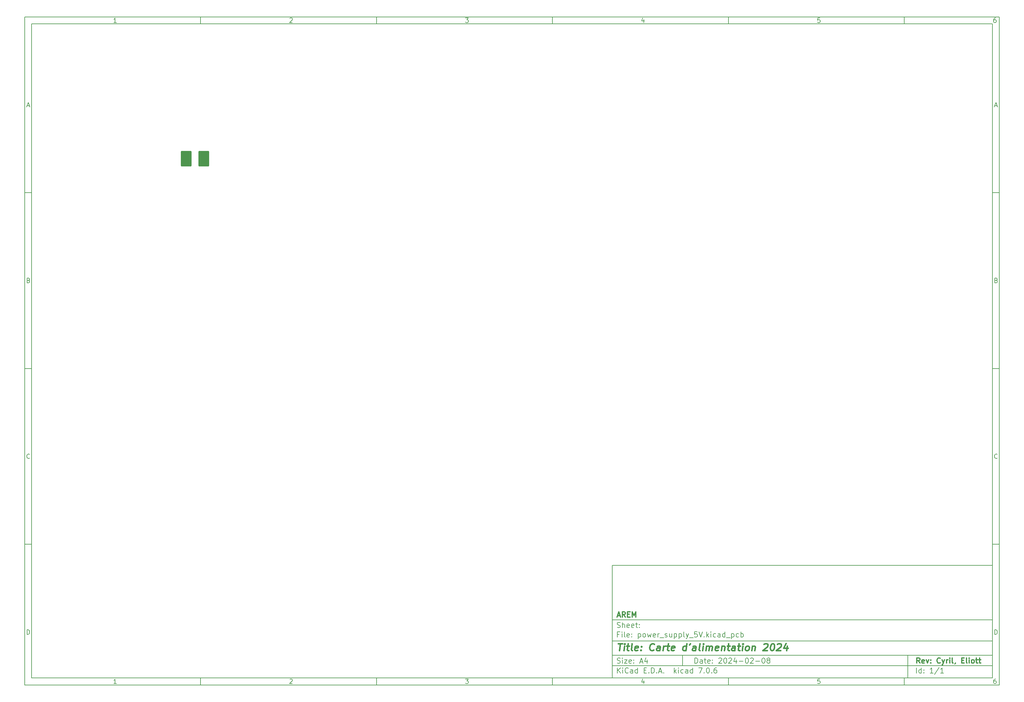
<source format=gbr>
%TF.GenerationSoftware,KiCad,Pcbnew,7.0.6*%
%TF.CreationDate,2024-02-08T22:19:59+01:00*%
%TF.ProjectId,power_supply_5V,706f7765-725f-4737-9570-706c795f3556,Cyril_ Eliott*%
%TF.SameCoordinates,Original*%
%TF.FileFunction,Paste,Top*%
%TF.FilePolarity,Positive*%
%FSLAX46Y46*%
G04 Gerber Fmt 4.6, Leading zero omitted, Abs format (unit mm)*
G04 Created by KiCad (PCBNEW 7.0.6) date 2024-02-08 22:19:59*
%MOMM*%
%LPD*%
G01*
G04 APERTURE LIST*
G04 Aperture macros list*
%AMRoundRect*
0 Rectangle with rounded corners*
0 $1 Rounding radius*
0 $2 $3 $4 $5 $6 $7 $8 $9 X,Y pos of 4 corners*
0 Add a 4 corners polygon primitive as box body*
4,1,4,$2,$3,$4,$5,$6,$7,$8,$9,$2,$3,0*
0 Add four circle primitives for the rounded corners*
1,1,$1+$1,$2,$3*
1,1,$1+$1,$4,$5*
1,1,$1+$1,$6,$7*
1,1,$1+$1,$8,$9*
0 Add four rect primitives between the rounded corners*
20,1,$1+$1,$2,$3,$4,$5,0*
20,1,$1+$1,$4,$5,$6,$7,0*
20,1,$1+$1,$6,$7,$8,$9,0*
20,1,$1+$1,$8,$9,$2,$3,0*%
G04 Aperture macros list end*
%ADD10C,0.100000*%
%ADD11C,0.150000*%
%ADD12C,0.300000*%
%ADD13C,0.400000*%
%ADD14RoundRect,0.250001X1.262499X1.974999X-1.262499X1.974999X-1.262499X-1.974999X1.262499X-1.974999X0*%
G04 APERTURE END LIST*
D10*
D11*
X177002200Y-166007200D02*
X285002200Y-166007200D01*
X285002200Y-198007200D01*
X177002200Y-198007200D01*
X177002200Y-166007200D01*
D10*
D11*
X10000000Y-10000000D02*
X287002200Y-10000000D01*
X287002200Y-200007200D01*
X10000000Y-200007200D01*
X10000000Y-10000000D01*
D10*
D11*
X12000000Y-12000000D02*
X285002200Y-12000000D01*
X285002200Y-198007200D01*
X12000000Y-198007200D01*
X12000000Y-12000000D01*
D10*
D11*
X60000000Y-12000000D02*
X60000000Y-10000000D01*
D10*
D11*
X110000000Y-12000000D02*
X110000000Y-10000000D01*
D10*
D11*
X160000000Y-12000000D02*
X160000000Y-10000000D01*
D10*
D11*
X210000000Y-12000000D02*
X210000000Y-10000000D01*
D10*
D11*
X260000000Y-12000000D02*
X260000000Y-10000000D01*
D10*
D11*
X36089160Y-11593604D02*
X35346303Y-11593604D01*
X35717731Y-11593604D02*
X35717731Y-10293604D01*
X35717731Y-10293604D02*
X35593922Y-10479319D01*
X35593922Y-10479319D02*
X35470112Y-10603128D01*
X35470112Y-10603128D02*
X35346303Y-10665033D01*
D10*
D11*
X85346303Y-10417414D02*
X85408207Y-10355509D01*
X85408207Y-10355509D02*
X85532017Y-10293604D01*
X85532017Y-10293604D02*
X85841541Y-10293604D01*
X85841541Y-10293604D02*
X85965350Y-10355509D01*
X85965350Y-10355509D02*
X86027255Y-10417414D01*
X86027255Y-10417414D02*
X86089160Y-10541223D01*
X86089160Y-10541223D02*
X86089160Y-10665033D01*
X86089160Y-10665033D02*
X86027255Y-10850747D01*
X86027255Y-10850747D02*
X85284398Y-11593604D01*
X85284398Y-11593604D02*
X86089160Y-11593604D01*
D10*
D11*
X135284398Y-10293604D02*
X136089160Y-10293604D01*
X136089160Y-10293604D02*
X135655826Y-10788842D01*
X135655826Y-10788842D02*
X135841541Y-10788842D01*
X135841541Y-10788842D02*
X135965350Y-10850747D01*
X135965350Y-10850747D02*
X136027255Y-10912652D01*
X136027255Y-10912652D02*
X136089160Y-11036461D01*
X136089160Y-11036461D02*
X136089160Y-11345985D01*
X136089160Y-11345985D02*
X136027255Y-11469795D01*
X136027255Y-11469795D02*
X135965350Y-11531700D01*
X135965350Y-11531700D02*
X135841541Y-11593604D01*
X135841541Y-11593604D02*
X135470112Y-11593604D01*
X135470112Y-11593604D02*
X135346303Y-11531700D01*
X135346303Y-11531700D02*
X135284398Y-11469795D01*
D10*
D11*
X185965350Y-10726938D02*
X185965350Y-11593604D01*
X185655826Y-10231700D02*
X185346303Y-11160271D01*
X185346303Y-11160271D02*
X186151064Y-11160271D01*
D10*
D11*
X236027255Y-10293604D02*
X235408207Y-10293604D01*
X235408207Y-10293604D02*
X235346303Y-10912652D01*
X235346303Y-10912652D02*
X235408207Y-10850747D01*
X235408207Y-10850747D02*
X235532017Y-10788842D01*
X235532017Y-10788842D02*
X235841541Y-10788842D01*
X235841541Y-10788842D02*
X235965350Y-10850747D01*
X235965350Y-10850747D02*
X236027255Y-10912652D01*
X236027255Y-10912652D02*
X236089160Y-11036461D01*
X236089160Y-11036461D02*
X236089160Y-11345985D01*
X236089160Y-11345985D02*
X236027255Y-11469795D01*
X236027255Y-11469795D02*
X235965350Y-11531700D01*
X235965350Y-11531700D02*
X235841541Y-11593604D01*
X235841541Y-11593604D02*
X235532017Y-11593604D01*
X235532017Y-11593604D02*
X235408207Y-11531700D01*
X235408207Y-11531700D02*
X235346303Y-11469795D01*
D10*
D11*
X285965350Y-10293604D02*
X285717731Y-10293604D01*
X285717731Y-10293604D02*
X285593922Y-10355509D01*
X285593922Y-10355509D02*
X285532017Y-10417414D01*
X285532017Y-10417414D02*
X285408207Y-10603128D01*
X285408207Y-10603128D02*
X285346303Y-10850747D01*
X285346303Y-10850747D02*
X285346303Y-11345985D01*
X285346303Y-11345985D02*
X285408207Y-11469795D01*
X285408207Y-11469795D02*
X285470112Y-11531700D01*
X285470112Y-11531700D02*
X285593922Y-11593604D01*
X285593922Y-11593604D02*
X285841541Y-11593604D01*
X285841541Y-11593604D02*
X285965350Y-11531700D01*
X285965350Y-11531700D02*
X286027255Y-11469795D01*
X286027255Y-11469795D02*
X286089160Y-11345985D01*
X286089160Y-11345985D02*
X286089160Y-11036461D01*
X286089160Y-11036461D02*
X286027255Y-10912652D01*
X286027255Y-10912652D02*
X285965350Y-10850747D01*
X285965350Y-10850747D02*
X285841541Y-10788842D01*
X285841541Y-10788842D02*
X285593922Y-10788842D01*
X285593922Y-10788842D02*
X285470112Y-10850747D01*
X285470112Y-10850747D02*
X285408207Y-10912652D01*
X285408207Y-10912652D02*
X285346303Y-11036461D01*
D10*
D11*
X60000000Y-198007200D02*
X60000000Y-200007200D01*
D10*
D11*
X110000000Y-198007200D02*
X110000000Y-200007200D01*
D10*
D11*
X160000000Y-198007200D02*
X160000000Y-200007200D01*
D10*
D11*
X210000000Y-198007200D02*
X210000000Y-200007200D01*
D10*
D11*
X260000000Y-198007200D02*
X260000000Y-200007200D01*
D10*
D11*
X36089160Y-199600804D02*
X35346303Y-199600804D01*
X35717731Y-199600804D02*
X35717731Y-198300804D01*
X35717731Y-198300804D02*
X35593922Y-198486519D01*
X35593922Y-198486519D02*
X35470112Y-198610328D01*
X35470112Y-198610328D02*
X35346303Y-198672233D01*
D10*
D11*
X85346303Y-198424614D02*
X85408207Y-198362709D01*
X85408207Y-198362709D02*
X85532017Y-198300804D01*
X85532017Y-198300804D02*
X85841541Y-198300804D01*
X85841541Y-198300804D02*
X85965350Y-198362709D01*
X85965350Y-198362709D02*
X86027255Y-198424614D01*
X86027255Y-198424614D02*
X86089160Y-198548423D01*
X86089160Y-198548423D02*
X86089160Y-198672233D01*
X86089160Y-198672233D02*
X86027255Y-198857947D01*
X86027255Y-198857947D02*
X85284398Y-199600804D01*
X85284398Y-199600804D02*
X86089160Y-199600804D01*
D10*
D11*
X135284398Y-198300804D02*
X136089160Y-198300804D01*
X136089160Y-198300804D02*
X135655826Y-198796042D01*
X135655826Y-198796042D02*
X135841541Y-198796042D01*
X135841541Y-198796042D02*
X135965350Y-198857947D01*
X135965350Y-198857947D02*
X136027255Y-198919852D01*
X136027255Y-198919852D02*
X136089160Y-199043661D01*
X136089160Y-199043661D02*
X136089160Y-199353185D01*
X136089160Y-199353185D02*
X136027255Y-199476995D01*
X136027255Y-199476995D02*
X135965350Y-199538900D01*
X135965350Y-199538900D02*
X135841541Y-199600804D01*
X135841541Y-199600804D02*
X135470112Y-199600804D01*
X135470112Y-199600804D02*
X135346303Y-199538900D01*
X135346303Y-199538900D02*
X135284398Y-199476995D01*
D10*
D11*
X185965350Y-198734138D02*
X185965350Y-199600804D01*
X185655826Y-198238900D02*
X185346303Y-199167471D01*
X185346303Y-199167471D02*
X186151064Y-199167471D01*
D10*
D11*
X236027255Y-198300804D02*
X235408207Y-198300804D01*
X235408207Y-198300804D02*
X235346303Y-198919852D01*
X235346303Y-198919852D02*
X235408207Y-198857947D01*
X235408207Y-198857947D02*
X235532017Y-198796042D01*
X235532017Y-198796042D02*
X235841541Y-198796042D01*
X235841541Y-198796042D02*
X235965350Y-198857947D01*
X235965350Y-198857947D02*
X236027255Y-198919852D01*
X236027255Y-198919852D02*
X236089160Y-199043661D01*
X236089160Y-199043661D02*
X236089160Y-199353185D01*
X236089160Y-199353185D02*
X236027255Y-199476995D01*
X236027255Y-199476995D02*
X235965350Y-199538900D01*
X235965350Y-199538900D02*
X235841541Y-199600804D01*
X235841541Y-199600804D02*
X235532017Y-199600804D01*
X235532017Y-199600804D02*
X235408207Y-199538900D01*
X235408207Y-199538900D02*
X235346303Y-199476995D01*
D10*
D11*
X285965350Y-198300804D02*
X285717731Y-198300804D01*
X285717731Y-198300804D02*
X285593922Y-198362709D01*
X285593922Y-198362709D02*
X285532017Y-198424614D01*
X285532017Y-198424614D02*
X285408207Y-198610328D01*
X285408207Y-198610328D02*
X285346303Y-198857947D01*
X285346303Y-198857947D02*
X285346303Y-199353185D01*
X285346303Y-199353185D02*
X285408207Y-199476995D01*
X285408207Y-199476995D02*
X285470112Y-199538900D01*
X285470112Y-199538900D02*
X285593922Y-199600804D01*
X285593922Y-199600804D02*
X285841541Y-199600804D01*
X285841541Y-199600804D02*
X285965350Y-199538900D01*
X285965350Y-199538900D02*
X286027255Y-199476995D01*
X286027255Y-199476995D02*
X286089160Y-199353185D01*
X286089160Y-199353185D02*
X286089160Y-199043661D01*
X286089160Y-199043661D02*
X286027255Y-198919852D01*
X286027255Y-198919852D02*
X285965350Y-198857947D01*
X285965350Y-198857947D02*
X285841541Y-198796042D01*
X285841541Y-198796042D02*
X285593922Y-198796042D01*
X285593922Y-198796042D02*
X285470112Y-198857947D01*
X285470112Y-198857947D02*
X285408207Y-198919852D01*
X285408207Y-198919852D02*
X285346303Y-199043661D01*
D10*
D11*
X10000000Y-60000000D02*
X12000000Y-60000000D01*
D10*
D11*
X10000000Y-110000000D02*
X12000000Y-110000000D01*
D10*
D11*
X10000000Y-160000000D02*
X12000000Y-160000000D01*
D10*
D11*
X10690476Y-35222176D02*
X11309523Y-35222176D01*
X10566666Y-35593604D02*
X10999999Y-34293604D01*
X10999999Y-34293604D02*
X11433333Y-35593604D01*
D10*
D11*
X11092857Y-84912652D02*
X11278571Y-84974557D01*
X11278571Y-84974557D02*
X11340476Y-85036461D01*
X11340476Y-85036461D02*
X11402380Y-85160271D01*
X11402380Y-85160271D02*
X11402380Y-85345985D01*
X11402380Y-85345985D02*
X11340476Y-85469795D01*
X11340476Y-85469795D02*
X11278571Y-85531700D01*
X11278571Y-85531700D02*
X11154761Y-85593604D01*
X11154761Y-85593604D02*
X10659523Y-85593604D01*
X10659523Y-85593604D02*
X10659523Y-84293604D01*
X10659523Y-84293604D02*
X11092857Y-84293604D01*
X11092857Y-84293604D02*
X11216666Y-84355509D01*
X11216666Y-84355509D02*
X11278571Y-84417414D01*
X11278571Y-84417414D02*
X11340476Y-84541223D01*
X11340476Y-84541223D02*
X11340476Y-84665033D01*
X11340476Y-84665033D02*
X11278571Y-84788842D01*
X11278571Y-84788842D02*
X11216666Y-84850747D01*
X11216666Y-84850747D02*
X11092857Y-84912652D01*
X11092857Y-84912652D02*
X10659523Y-84912652D01*
D10*
D11*
X11402380Y-135469795D02*
X11340476Y-135531700D01*
X11340476Y-135531700D02*
X11154761Y-135593604D01*
X11154761Y-135593604D02*
X11030952Y-135593604D01*
X11030952Y-135593604D02*
X10845238Y-135531700D01*
X10845238Y-135531700D02*
X10721428Y-135407890D01*
X10721428Y-135407890D02*
X10659523Y-135284080D01*
X10659523Y-135284080D02*
X10597619Y-135036461D01*
X10597619Y-135036461D02*
X10597619Y-134850747D01*
X10597619Y-134850747D02*
X10659523Y-134603128D01*
X10659523Y-134603128D02*
X10721428Y-134479319D01*
X10721428Y-134479319D02*
X10845238Y-134355509D01*
X10845238Y-134355509D02*
X11030952Y-134293604D01*
X11030952Y-134293604D02*
X11154761Y-134293604D01*
X11154761Y-134293604D02*
X11340476Y-134355509D01*
X11340476Y-134355509D02*
X11402380Y-134417414D01*
D10*
D11*
X10659523Y-185593604D02*
X10659523Y-184293604D01*
X10659523Y-184293604D02*
X10969047Y-184293604D01*
X10969047Y-184293604D02*
X11154761Y-184355509D01*
X11154761Y-184355509D02*
X11278571Y-184479319D01*
X11278571Y-184479319D02*
X11340476Y-184603128D01*
X11340476Y-184603128D02*
X11402380Y-184850747D01*
X11402380Y-184850747D02*
X11402380Y-185036461D01*
X11402380Y-185036461D02*
X11340476Y-185284080D01*
X11340476Y-185284080D02*
X11278571Y-185407890D01*
X11278571Y-185407890D02*
X11154761Y-185531700D01*
X11154761Y-185531700D02*
X10969047Y-185593604D01*
X10969047Y-185593604D02*
X10659523Y-185593604D01*
D10*
D11*
X287002200Y-60000000D02*
X285002200Y-60000000D01*
D10*
D11*
X287002200Y-110000000D02*
X285002200Y-110000000D01*
D10*
D11*
X287002200Y-160000000D02*
X285002200Y-160000000D01*
D10*
D11*
X285692676Y-35222176D02*
X286311723Y-35222176D01*
X285568866Y-35593604D02*
X286002199Y-34293604D01*
X286002199Y-34293604D02*
X286435533Y-35593604D01*
D10*
D11*
X286095057Y-84912652D02*
X286280771Y-84974557D01*
X286280771Y-84974557D02*
X286342676Y-85036461D01*
X286342676Y-85036461D02*
X286404580Y-85160271D01*
X286404580Y-85160271D02*
X286404580Y-85345985D01*
X286404580Y-85345985D02*
X286342676Y-85469795D01*
X286342676Y-85469795D02*
X286280771Y-85531700D01*
X286280771Y-85531700D02*
X286156961Y-85593604D01*
X286156961Y-85593604D02*
X285661723Y-85593604D01*
X285661723Y-85593604D02*
X285661723Y-84293604D01*
X285661723Y-84293604D02*
X286095057Y-84293604D01*
X286095057Y-84293604D02*
X286218866Y-84355509D01*
X286218866Y-84355509D02*
X286280771Y-84417414D01*
X286280771Y-84417414D02*
X286342676Y-84541223D01*
X286342676Y-84541223D02*
X286342676Y-84665033D01*
X286342676Y-84665033D02*
X286280771Y-84788842D01*
X286280771Y-84788842D02*
X286218866Y-84850747D01*
X286218866Y-84850747D02*
X286095057Y-84912652D01*
X286095057Y-84912652D02*
X285661723Y-84912652D01*
D10*
D11*
X286404580Y-135469795D02*
X286342676Y-135531700D01*
X286342676Y-135531700D02*
X286156961Y-135593604D01*
X286156961Y-135593604D02*
X286033152Y-135593604D01*
X286033152Y-135593604D02*
X285847438Y-135531700D01*
X285847438Y-135531700D02*
X285723628Y-135407890D01*
X285723628Y-135407890D02*
X285661723Y-135284080D01*
X285661723Y-135284080D02*
X285599819Y-135036461D01*
X285599819Y-135036461D02*
X285599819Y-134850747D01*
X285599819Y-134850747D02*
X285661723Y-134603128D01*
X285661723Y-134603128D02*
X285723628Y-134479319D01*
X285723628Y-134479319D02*
X285847438Y-134355509D01*
X285847438Y-134355509D02*
X286033152Y-134293604D01*
X286033152Y-134293604D02*
X286156961Y-134293604D01*
X286156961Y-134293604D02*
X286342676Y-134355509D01*
X286342676Y-134355509D02*
X286404580Y-134417414D01*
D10*
D11*
X285661723Y-185593604D02*
X285661723Y-184293604D01*
X285661723Y-184293604D02*
X285971247Y-184293604D01*
X285971247Y-184293604D02*
X286156961Y-184355509D01*
X286156961Y-184355509D02*
X286280771Y-184479319D01*
X286280771Y-184479319D02*
X286342676Y-184603128D01*
X286342676Y-184603128D02*
X286404580Y-184850747D01*
X286404580Y-184850747D02*
X286404580Y-185036461D01*
X286404580Y-185036461D02*
X286342676Y-185284080D01*
X286342676Y-185284080D02*
X286280771Y-185407890D01*
X286280771Y-185407890D02*
X286156961Y-185531700D01*
X286156961Y-185531700D02*
X285971247Y-185593604D01*
X285971247Y-185593604D02*
X285661723Y-185593604D01*
D10*
D11*
X200458026Y-193793328D02*
X200458026Y-192293328D01*
X200458026Y-192293328D02*
X200815169Y-192293328D01*
X200815169Y-192293328D02*
X201029455Y-192364757D01*
X201029455Y-192364757D02*
X201172312Y-192507614D01*
X201172312Y-192507614D02*
X201243741Y-192650471D01*
X201243741Y-192650471D02*
X201315169Y-192936185D01*
X201315169Y-192936185D02*
X201315169Y-193150471D01*
X201315169Y-193150471D02*
X201243741Y-193436185D01*
X201243741Y-193436185D02*
X201172312Y-193579042D01*
X201172312Y-193579042D02*
X201029455Y-193721900D01*
X201029455Y-193721900D02*
X200815169Y-193793328D01*
X200815169Y-193793328D02*
X200458026Y-193793328D01*
X202600884Y-193793328D02*
X202600884Y-193007614D01*
X202600884Y-193007614D02*
X202529455Y-192864757D01*
X202529455Y-192864757D02*
X202386598Y-192793328D01*
X202386598Y-192793328D02*
X202100884Y-192793328D01*
X202100884Y-192793328D02*
X201958026Y-192864757D01*
X202600884Y-193721900D02*
X202458026Y-193793328D01*
X202458026Y-193793328D02*
X202100884Y-193793328D01*
X202100884Y-193793328D02*
X201958026Y-193721900D01*
X201958026Y-193721900D02*
X201886598Y-193579042D01*
X201886598Y-193579042D02*
X201886598Y-193436185D01*
X201886598Y-193436185D02*
X201958026Y-193293328D01*
X201958026Y-193293328D02*
X202100884Y-193221900D01*
X202100884Y-193221900D02*
X202458026Y-193221900D01*
X202458026Y-193221900D02*
X202600884Y-193150471D01*
X203100884Y-192793328D02*
X203672312Y-192793328D01*
X203315169Y-192293328D02*
X203315169Y-193579042D01*
X203315169Y-193579042D02*
X203386598Y-193721900D01*
X203386598Y-193721900D02*
X203529455Y-193793328D01*
X203529455Y-193793328D02*
X203672312Y-193793328D01*
X204743741Y-193721900D02*
X204600884Y-193793328D01*
X204600884Y-193793328D02*
X204315170Y-193793328D01*
X204315170Y-193793328D02*
X204172312Y-193721900D01*
X204172312Y-193721900D02*
X204100884Y-193579042D01*
X204100884Y-193579042D02*
X204100884Y-193007614D01*
X204100884Y-193007614D02*
X204172312Y-192864757D01*
X204172312Y-192864757D02*
X204315170Y-192793328D01*
X204315170Y-192793328D02*
X204600884Y-192793328D01*
X204600884Y-192793328D02*
X204743741Y-192864757D01*
X204743741Y-192864757D02*
X204815170Y-193007614D01*
X204815170Y-193007614D02*
X204815170Y-193150471D01*
X204815170Y-193150471D02*
X204100884Y-193293328D01*
X205458026Y-193650471D02*
X205529455Y-193721900D01*
X205529455Y-193721900D02*
X205458026Y-193793328D01*
X205458026Y-193793328D02*
X205386598Y-193721900D01*
X205386598Y-193721900D02*
X205458026Y-193650471D01*
X205458026Y-193650471D02*
X205458026Y-193793328D01*
X205458026Y-192864757D02*
X205529455Y-192936185D01*
X205529455Y-192936185D02*
X205458026Y-193007614D01*
X205458026Y-193007614D02*
X205386598Y-192936185D01*
X205386598Y-192936185D02*
X205458026Y-192864757D01*
X205458026Y-192864757D02*
X205458026Y-193007614D01*
X207243741Y-192436185D02*
X207315169Y-192364757D01*
X207315169Y-192364757D02*
X207458027Y-192293328D01*
X207458027Y-192293328D02*
X207815169Y-192293328D01*
X207815169Y-192293328D02*
X207958027Y-192364757D01*
X207958027Y-192364757D02*
X208029455Y-192436185D01*
X208029455Y-192436185D02*
X208100884Y-192579042D01*
X208100884Y-192579042D02*
X208100884Y-192721900D01*
X208100884Y-192721900D02*
X208029455Y-192936185D01*
X208029455Y-192936185D02*
X207172312Y-193793328D01*
X207172312Y-193793328D02*
X208100884Y-193793328D01*
X209029455Y-192293328D02*
X209172312Y-192293328D01*
X209172312Y-192293328D02*
X209315169Y-192364757D01*
X209315169Y-192364757D02*
X209386598Y-192436185D01*
X209386598Y-192436185D02*
X209458026Y-192579042D01*
X209458026Y-192579042D02*
X209529455Y-192864757D01*
X209529455Y-192864757D02*
X209529455Y-193221900D01*
X209529455Y-193221900D02*
X209458026Y-193507614D01*
X209458026Y-193507614D02*
X209386598Y-193650471D01*
X209386598Y-193650471D02*
X209315169Y-193721900D01*
X209315169Y-193721900D02*
X209172312Y-193793328D01*
X209172312Y-193793328D02*
X209029455Y-193793328D01*
X209029455Y-193793328D02*
X208886598Y-193721900D01*
X208886598Y-193721900D02*
X208815169Y-193650471D01*
X208815169Y-193650471D02*
X208743740Y-193507614D01*
X208743740Y-193507614D02*
X208672312Y-193221900D01*
X208672312Y-193221900D02*
X208672312Y-192864757D01*
X208672312Y-192864757D02*
X208743740Y-192579042D01*
X208743740Y-192579042D02*
X208815169Y-192436185D01*
X208815169Y-192436185D02*
X208886598Y-192364757D01*
X208886598Y-192364757D02*
X209029455Y-192293328D01*
X210100883Y-192436185D02*
X210172311Y-192364757D01*
X210172311Y-192364757D02*
X210315169Y-192293328D01*
X210315169Y-192293328D02*
X210672311Y-192293328D01*
X210672311Y-192293328D02*
X210815169Y-192364757D01*
X210815169Y-192364757D02*
X210886597Y-192436185D01*
X210886597Y-192436185D02*
X210958026Y-192579042D01*
X210958026Y-192579042D02*
X210958026Y-192721900D01*
X210958026Y-192721900D02*
X210886597Y-192936185D01*
X210886597Y-192936185D02*
X210029454Y-193793328D01*
X210029454Y-193793328D02*
X210958026Y-193793328D01*
X212243740Y-192793328D02*
X212243740Y-193793328D01*
X211886597Y-192221900D02*
X211529454Y-193293328D01*
X211529454Y-193293328D02*
X212458025Y-193293328D01*
X213029453Y-193221900D02*
X214172311Y-193221900D01*
X215172311Y-192293328D02*
X215315168Y-192293328D01*
X215315168Y-192293328D02*
X215458025Y-192364757D01*
X215458025Y-192364757D02*
X215529454Y-192436185D01*
X215529454Y-192436185D02*
X215600882Y-192579042D01*
X215600882Y-192579042D02*
X215672311Y-192864757D01*
X215672311Y-192864757D02*
X215672311Y-193221900D01*
X215672311Y-193221900D02*
X215600882Y-193507614D01*
X215600882Y-193507614D02*
X215529454Y-193650471D01*
X215529454Y-193650471D02*
X215458025Y-193721900D01*
X215458025Y-193721900D02*
X215315168Y-193793328D01*
X215315168Y-193793328D02*
X215172311Y-193793328D01*
X215172311Y-193793328D02*
X215029454Y-193721900D01*
X215029454Y-193721900D02*
X214958025Y-193650471D01*
X214958025Y-193650471D02*
X214886596Y-193507614D01*
X214886596Y-193507614D02*
X214815168Y-193221900D01*
X214815168Y-193221900D02*
X214815168Y-192864757D01*
X214815168Y-192864757D02*
X214886596Y-192579042D01*
X214886596Y-192579042D02*
X214958025Y-192436185D01*
X214958025Y-192436185D02*
X215029454Y-192364757D01*
X215029454Y-192364757D02*
X215172311Y-192293328D01*
X216243739Y-192436185D02*
X216315167Y-192364757D01*
X216315167Y-192364757D02*
X216458025Y-192293328D01*
X216458025Y-192293328D02*
X216815167Y-192293328D01*
X216815167Y-192293328D02*
X216958025Y-192364757D01*
X216958025Y-192364757D02*
X217029453Y-192436185D01*
X217029453Y-192436185D02*
X217100882Y-192579042D01*
X217100882Y-192579042D02*
X217100882Y-192721900D01*
X217100882Y-192721900D02*
X217029453Y-192936185D01*
X217029453Y-192936185D02*
X216172310Y-193793328D01*
X216172310Y-193793328D02*
X217100882Y-193793328D01*
X217743738Y-193221900D02*
X218886596Y-193221900D01*
X219886596Y-192293328D02*
X220029453Y-192293328D01*
X220029453Y-192293328D02*
X220172310Y-192364757D01*
X220172310Y-192364757D02*
X220243739Y-192436185D01*
X220243739Y-192436185D02*
X220315167Y-192579042D01*
X220315167Y-192579042D02*
X220386596Y-192864757D01*
X220386596Y-192864757D02*
X220386596Y-193221900D01*
X220386596Y-193221900D02*
X220315167Y-193507614D01*
X220315167Y-193507614D02*
X220243739Y-193650471D01*
X220243739Y-193650471D02*
X220172310Y-193721900D01*
X220172310Y-193721900D02*
X220029453Y-193793328D01*
X220029453Y-193793328D02*
X219886596Y-193793328D01*
X219886596Y-193793328D02*
X219743739Y-193721900D01*
X219743739Y-193721900D02*
X219672310Y-193650471D01*
X219672310Y-193650471D02*
X219600881Y-193507614D01*
X219600881Y-193507614D02*
X219529453Y-193221900D01*
X219529453Y-193221900D02*
X219529453Y-192864757D01*
X219529453Y-192864757D02*
X219600881Y-192579042D01*
X219600881Y-192579042D02*
X219672310Y-192436185D01*
X219672310Y-192436185D02*
X219743739Y-192364757D01*
X219743739Y-192364757D02*
X219886596Y-192293328D01*
X221243738Y-192936185D02*
X221100881Y-192864757D01*
X221100881Y-192864757D02*
X221029452Y-192793328D01*
X221029452Y-192793328D02*
X220958024Y-192650471D01*
X220958024Y-192650471D02*
X220958024Y-192579042D01*
X220958024Y-192579042D02*
X221029452Y-192436185D01*
X221029452Y-192436185D02*
X221100881Y-192364757D01*
X221100881Y-192364757D02*
X221243738Y-192293328D01*
X221243738Y-192293328D02*
X221529452Y-192293328D01*
X221529452Y-192293328D02*
X221672310Y-192364757D01*
X221672310Y-192364757D02*
X221743738Y-192436185D01*
X221743738Y-192436185D02*
X221815167Y-192579042D01*
X221815167Y-192579042D02*
X221815167Y-192650471D01*
X221815167Y-192650471D02*
X221743738Y-192793328D01*
X221743738Y-192793328D02*
X221672310Y-192864757D01*
X221672310Y-192864757D02*
X221529452Y-192936185D01*
X221529452Y-192936185D02*
X221243738Y-192936185D01*
X221243738Y-192936185D02*
X221100881Y-193007614D01*
X221100881Y-193007614D02*
X221029452Y-193079042D01*
X221029452Y-193079042D02*
X220958024Y-193221900D01*
X220958024Y-193221900D02*
X220958024Y-193507614D01*
X220958024Y-193507614D02*
X221029452Y-193650471D01*
X221029452Y-193650471D02*
X221100881Y-193721900D01*
X221100881Y-193721900D02*
X221243738Y-193793328D01*
X221243738Y-193793328D02*
X221529452Y-193793328D01*
X221529452Y-193793328D02*
X221672310Y-193721900D01*
X221672310Y-193721900D02*
X221743738Y-193650471D01*
X221743738Y-193650471D02*
X221815167Y-193507614D01*
X221815167Y-193507614D02*
X221815167Y-193221900D01*
X221815167Y-193221900D02*
X221743738Y-193079042D01*
X221743738Y-193079042D02*
X221672310Y-193007614D01*
X221672310Y-193007614D02*
X221529452Y-192936185D01*
D10*
D11*
X177002200Y-194507200D02*
X285002200Y-194507200D01*
D10*
D11*
X178458026Y-196593328D02*
X178458026Y-195093328D01*
X179315169Y-196593328D02*
X178672312Y-195736185D01*
X179315169Y-195093328D02*
X178458026Y-195950471D01*
X179958026Y-196593328D02*
X179958026Y-195593328D01*
X179958026Y-195093328D02*
X179886598Y-195164757D01*
X179886598Y-195164757D02*
X179958026Y-195236185D01*
X179958026Y-195236185D02*
X180029455Y-195164757D01*
X180029455Y-195164757D02*
X179958026Y-195093328D01*
X179958026Y-195093328D02*
X179958026Y-195236185D01*
X181529455Y-196450471D02*
X181458027Y-196521900D01*
X181458027Y-196521900D02*
X181243741Y-196593328D01*
X181243741Y-196593328D02*
X181100884Y-196593328D01*
X181100884Y-196593328D02*
X180886598Y-196521900D01*
X180886598Y-196521900D02*
X180743741Y-196379042D01*
X180743741Y-196379042D02*
X180672312Y-196236185D01*
X180672312Y-196236185D02*
X180600884Y-195950471D01*
X180600884Y-195950471D02*
X180600884Y-195736185D01*
X180600884Y-195736185D02*
X180672312Y-195450471D01*
X180672312Y-195450471D02*
X180743741Y-195307614D01*
X180743741Y-195307614D02*
X180886598Y-195164757D01*
X180886598Y-195164757D02*
X181100884Y-195093328D01*
X181100884Y-195093328D02*
X181243741Y-195093328D01*
X181243741Y-195093328D02*
X181458027Y-195164757D01*
X181458027Y-195164757D02*
X181529455Y-195236185D01*
X182815170Y-196593328D02*
X182815170Y-195807614D01*
X182815170Y-195807614D02*
X182743741Y-195664757D01*
X182743741Y-195664757D02*
X182600884Y-195593328D01*
X182600884Y-195593328D02*
X182315170Y-195593328D01*
X182315170Y-195593328D02*
X182172312Y-195664757D01*
X182815170Y-196521900D02*
X182672312Y-196593328D01*
X182672312Y-196593328D02*
X182315170Y-196593328D01*
X182315170Y-196593328D02*
X182172312Y-196521900D01*
X182172312Y-196521900D02*
X182100884Y-196379042D01*
X182100884Y-196379042D02*
X182100884Y-196236185D01*
X182100884Y-196236185D02*
X182172312Y-196093328D01*
X182172312Y-196093328D02*
X182315170Y-196021900D01*
X182315170Y-196021900D02*
X182672312Y-196021900D01*
X182672312Y-196021900D02*
X182815170Y-195950471D01*
X184172313Y-196593328D02*
X184172313Y-195093328D01*
X184172313Y-196521900D02*
X184029455Y-196593328D01*
X184029455Y-196593328D02*
X183743741Y-196593328D01*
X183743741Y-196593328D02*
X183600884Y-196521900D01*
X183600884Y-196521900D02*
X183529455Y-196450471D01*
X183529455Y-196450471D02*
X183458027Y-196307614D01*
X183458027Y-196307614D02*
X183458027Y-195879042D01*
X183458027Y-195879042D02*
X183529455Y-195736185D01*
X183529455Y-195736185D02*
X183600884Y-195664757D01*
X183600884Y-195664757D02*
X183743741Y-195593328D01*
X183743741Y-195593328D02*
X184029455Y-195593328D01*
X184029455Y-195593328D02*
X184172313Y-195664757D01*
X186029455Y-195807614D02*
X186529455Y-195807614D01*
X186743741Y-196593328D02*
X186029455Y-196593328D01*
X186029455Y-196593328D02*
X186029455Y-195093328D01*
X186029455Y-195093328D02*
X186743741Y-195093328D01*
X187386598Y-196450471D02*
X187458027Y-196521900D01*
X187458027Y-196521900D02*
X187386598Y-196593328D01*
X187386598Y-196593328D02*
X187315170Y-196521900D01*
X187315170Y-196521900D02*
X187386598Y-196450471D01*
X187386598Y-196450471D02*
X187386598Y-196593328D01*
X188100884Y-196593328D02*
X188100884Y-195093328D01*
X188100884Y-195093328D02*
X188458027Y-195093328D01*
X188458027Y-195093328D02*
X188672313Y-195164757D01*
X188672313Y-195164757D02*
X188815170Y-195307614D01*
X188815170Y-195307614D02*
X188886599Y-195450471D01*
X188886599Y-195450471D02*
X188958027Y-195736185D01*
X188958027Y-195736185D02*
X188958027Y-195950471D01*
X188958027Y-195950471D02*
X188886599Y-196236185D01*
X188886599Y-196236185D02*
X188815170Y-196379042D01*
X188815170Y-196379042D02*
X188672313Y-196521900D01*
X188672313Y-196521900D02*
X188458027Y-196593328D01*
X188458027Y-196593328D02*
X188100884Y-196593328D01*
X189600884Y-196450471D02*
X189672313Y-196521900D01*
X189672313Y-196521900D02*
X189600884Y-196593328D01*
X189600884Y-196593328D02*
X189529456Y-196521900D01*
X189529456Y-196521900D02*
X189600884Y-196450471D01*
X189600884Y-196450471D02*
X189600884Y-196593328D01*
X190243742Y-196164757D02*
X190958028Y-196164757D01*
X190100885Y-196593328D02*
X190600885Y-195093328D01*
X190600885Y-195093328D02*
X191100885Y-196593328D01*
X191600884Y-196450471D02*
X191672313Y-196521900D01*
X191672313Y-196521900D02*
X191600884Y-196593328D01*
X191600884Y-196593328D02*
X191529456Y-196521900D01*
X191529456Y-196521900D02*
X191600884Y-196450471D01*
X191600884Y-196450471D02*
X191600884Y-196593328D01*
X194600884Y-196593328D02*
X194600884Y-195093328D01*
X194743742Y-196021900D02*
X195172313Y-196593328D01*
X195172313Y-195593328D02*
X194600884Y-196164757D01*
X195815170Y-196593328D02*
X195815170Y-195593328D01*
X195815170Y-195093328D02*
X195743742Y-195164757D01*
X195743742Y-195164757D02*
X195815170Y-195236185D01*
X195815170Y-195236185D02*
X195886599Y-195164757D01*
X195886599Y-195164757D02*
X195815170Y-195093328D01*
X195815170Y-195093328D02*
X195815170Y-195236185D01*
X197172314Y-196521900D02*
X197029456Y-196593328D01*
X197029456Y-196593328D02*
X196743742Y-196593328D01*
X196743742Y-196593328D02*
X196600885Y-196521900D01*
X196600885Y-196521900D02*
X196529456Y-196450471D01*
X196529456Y-196450471D02*
X196458028Y-196307614D01*
X196458028Y-196307614D02*
X196458028Y-195879042D01*
X196458028Y-195879042D02*
X196529456Y-195736185D01*
X196529456Y-195736185D02*
X196600885Y-195664757D01*
X196600885Y-195664757D02*
X196743742Y-195593328D01*
X196743742Y-195593328D02*
X197029456Y-195593328D01*
X197029456Y-195593328D02*
X197172314Y-195664757D01*
X198458028Y-196593328D02*
X198458028Y-195807614D01*
X198458028Y-195807614D02*
X198386599Y-195664757D01*
X198386599Y-195664757D02*
X198243742Y-195593328D01*
X198243742Y-195593328D02*
X197958028Y-195593328D01*
X197958028Y-195593328D02*
X197815170Y-195664757D01*
X198458028Y-196521900D02*
X198315170Y-196593328D01*
X198315170Y-196593328D02*
X197958028Y-196593328D01*
X197958028Y-196593328D02*
X197815170Y-196521900D01*
X197815170Y-196521900D02*
X197743742Y-196379042D01*
X197743742Y-196379042D02*
X197743742Y-196236185D01*
X197743742Y-196236185D02*
X197815170Y-196093328D01*
X197815170Y-196093328D02*
X197958028Y-196021900D01*
X197958028Y-196021900D02*
X198315170Y-196021900D01*
X198315170Y-196021900D02*
X198458028Y-195950471D01*
X199815171Y-196593328D02*
X199815171Y-195093328D01*
X199815171Y-196521900D02*
X199672313Y-196593328D01*
X199672313Y-196593328D02*
X199386599Y-196593328D01*
X199386599Y-196593328D02*
X199243742Y-196521900D01*
X199243742Y-196521900D02*
X199172313Y-196450471D01*
X199172313Y-196450471D02*
X199100885Y-196307614D01*
X199100885Y-196307614D02*
X199100885Y-195879042D01*
X199100885Y-195879042D02*
X199172313Y-195736185D01*
X199172313Y-195736185D02*
X199243742Y-195664757D01*
X199243742Y-195664757D02*
X199386599Y-195593328D01*
X199386599Y-195593328D02*
X199672313Y-195593328D01*
X199672313Y-195593328D02*
X199815171Y-195664757D01*
X201529456Y-195093328D02*
X202529456Y-195093328D01*
X202529456Y-195093328D02*
X201886599Y-196593328D01*
X203100884Y-196450471D02*
X203172313Y-196521900D01*
X203172313Y-196521900D02*
X203100884Y-196593328D01*
X203100884Y-196593328D02*
X203029456Y-196521900D01*
X203029456Y-196521900D02*
X203100884Y-196450471D01*
X203100884Y-196450471D02*
X203100884Y-196593328D01*
X204100885Y-195093328D02*
X204243742Y-195093328D01*
X204243742Y-195093328D02*
X204386599Y-195164757D01*
X204386599Y-195164757D02*
X204458028Y-195236185D01*
X204458028Y-195236185D02*
X204529456Y-195379042D01*
X204529456Y-195379042D02*
X204600885Y-195664757D01*
X204600885Y-195664757D02*
X204600885Y-196021900D01*
X204600885Y-196021900D02*
X204529456Y-196307614D01*
X204529456Y-196307614D02*
X204458028Y-196450471D01*
X204458028Y-196450471D02*
X204386599Y-196521900D01*
X204386599Y-196521900D02*
X204243742Y-196593328D01*
X204243742Y-196593328D02*
X204100885Y-196593328D01*
X204100885Y-196593328D02*
X203958028Y-196521900D01*
X203958028Y-196521900D02*
X203886599Y-196450471D01*
X203886599Y-196450471D02*
X203815170Y-196307614D01*
X203815170Y-196307614D02*
X203743742Y-196021900D01*
X203743742Y-196021900D02*
X203743742Y-195664757D01*
X203743742Y-195664757D02*
X203815170Y-195379042D01*
X203815170Y-195379042D02*
X203886599Y-195236185D01*
X203886599Y-195236185D02*
X203958028Y-195164757D01*
X203958028Y-195164757D02*
X204100885Y-195093328D01*
X205243741Y-196450471D02*
X205315170Y-196521900D01*
X205315170Y-196521900D02*
X205243741Y-196593328D01*
X205243741Y-196593328D02*
X205172313Y-196521900D01*
X205172313Y-196521900D02*
X205243741Y-196450471D01*
X205243741Y-196450471D02*
X205243741Y-196593328D01*
X206600885Y-195093328D02*
X206315170Y-195093328D01*
X206315170Y-195093328D02*
X206172313Y-195164757D01*
X206172313Y-195164757D02*
X206100885Y-195236185D01*
X206100885Y-195236185D02*
X205958027Y-195450471D01*
X205958027Y-195450471D02*
X205886599Y-195736185D01*
X205886599Y-195736185D02*
X205886599Y-196307614D01*
X205886599Y-196307614D02*
X205958027Y-196450471D01*
X205958027Y-196450471D02*
X206029456Y-196521900D01*
X206029456Y-196521900D02*
X206172313Y-196593328D01*
X206172313Y-196593328D02*
X206458027Y-196593328D01*
X206458027Y-196593328D02*
X206600885Y-196521900D01*
X206600885Y-196521900D02*
X206672313Y-196450471D01*
X206672313Y-196450471D02*
X206743742Y-196307614D01*
X206743742Y-196307614D02*
X206743742Y-195950471D01*
X206743742Y-195950471D02*
X206672313Y-195807614D01*
X206672313Y-195807614D02*
X206600885Y-195736185D01*
X206600885Y-195736185D02*
X206458027Y-195664757D01*
X206458027Y-195664757D02*
X206172313Y-195664757D01*
X206172313Y-195664757D02*
X206029456Y-195736185D01*
X206029456Y-195736185D02*
X205958027Y-195807614D01*
X205958027Y-195807614D02*
X205886599Y-195950471D01*
D10*
D11*
X177002200Y-191507200D02*
X285002200Y-191507200D01*
D10*
D12*
X264413853Y-193785528D02*
X263913853Y-193071242D01*
X263556710Y-193785528D02*
X263556710Y-192285528D01*
X263556710Y-192285528D02*
X264128139Y-192285528D01*
X264128139Y-192285528D02*
X264270996Y-192356957D01*
X264270996Y-192356957D02*
X264342425Y-192428385D01*
X264342425Y-192428385D02*
X264413853Y-192571242D01*
X264413853Y-192571242D02*
X264413853Y-192785528D01*
X264413853Y-192785528D02*
X264342425Y-192928385D01*
X264342425Y-192928385D02*
X264270996Y-192999814D01*
X264270996Y-192999814D02*
X264128139Y-193071242D01*
X264128139Y-193071242D02*
X263556710Y-193071242D01*
X265628139Y-193714100D02*
X265485282Y-193785528D01*
X265485282Y-193785528D02*
X265199568Y-193785528D01*
X265199568Y-193785528D02*
X265056710Y-193714100D01*
X265056710Y-193714100D02*
X264985282Y-193571242D01*
X264985282Y-193571242D02*
X264985282Y-192999814D01*
X264985282Y-192999814D02*
X265056710Y-192856957D01*
X265056710Y-192856957D02*
X265199568Y-192785528D01*
X265199568Y-192785528D02*
X265485282Y-192785528D01*
X265485282Y-192785528D02*
X265628139Y-192856957D01*
X265628139Y-192856957D02*
X265699568Y-192999814D01*
X265699568Y-192999814D02*
X265699568Y-193142671D01*
X265699568Y-193142671D02*
X264985282Y-193285528D01*
X266199567Y-192785528D02*
X266556710Y-193785528D01*
X266556710Y-193785528D02*
X266913853Y-192785528D01*
X267485281Y-193642671D02*
X267556710Y-193714100D01*
X267556710Y-193714100D02*
X267485281Y-193785528D01*
X267485281Y-193785528D02*
X267413853Y-193714100D01*
X267413853Y-193714100D02*
X267485281Y-193642671D01*
X267485281Y-193642671D02*
X267485281Y-193785528D01*
X267485281Y-192856957D02*
X267556710Y-192928385D01*
X267556710Y-192928385D02*
X267485281Y-192999814D01*
X267485281Y-192999814D02*
X267413853Y-192928385D01*
X267413853Y-192928385D02*
X267485281Y-192856957D01*
X267485281Y-192856957D02*
X267485281Y-192999814D01*
X270199567Y-193642671D02*
X270128139Y-193714100D01*
X270128139Y-193714100D02*
X269913853Y-193785528D01*
X269913853Y-193785528D02*
X269770996Y-193785528D01*
X269770996Y-193785528D02*
X269556710Y-193714100D01*
X269556710Y-193714100D02*
X269413853Y-193571242D01*
X269413853Y-193571242D02*
X269342424Y-193428385D01*
X269342424Y-193428385D02*
X269270996Y-193142671D01*
X269270996Y-193142671D02*
X269270996Y-192928385D01*
X269270996Y-192928385D02*
X269342424Y-192642671D01*
X269342424Y-192642671D02*
X269413853Y-192499814D01*
X269413853Y-192499814D02*
X269556710Y-192356957D01*
X269556710Y-192356957D02*
X269770996Y-192285528D01*
X269770996Y-192285528D02*
X269913853Y-192285528D01*
X269913853Y-192285528D02*
X270128139Y-192356957D01*
X270128139Y-192356957D02*
X270199567Y-192428385D01*
X270699567Y-192785528D02*
X271056710Y-193785528D01*
X271413853Y-192785528D02*
X271056710Y-193785528D01*
X271056710Y-193785528D02*
X270913853Y-194142671D01*
X270913853Y-194142671D02*
X270842424Y-194214100D01*
X270842424Y-194214100D02*
X270699567Y-194285528D01*
X271985281Y-193785528D02*
X271985281Y-192785528D01*
X271985281Y-193071242D02*
X272056710Y-192928385D01*
X272056710Y-192928385D02*
X272128139Y-192856957D01*
X272128139Y-192856957D02*
X272270996Y-192785528D01*
X272270996Y-192785528D02*
X272413853Y-192785528D01*
X272913852Y-193785528D02*
X272913852Y-192785528D01*
X272913852Y-192285528D02*
X272842424Y-192356957D01*
X272842424Y-192356957D02*
X272913852Y-192428385D01*
X272913852Y-192428385D02*
X272985281Y-192356957D01*
X272985281Y-192356957D02*
X272913852Y-192285528D01*
X272913852Y-192285528D02*
X272913852Y-192428385D01*
X273842424Y-193785528D02*
X273699567Y-193714100D01*
X273699567Y-193714100D02*
X273628138Y-193571242D01*
X273628138Y-193571242D02*
X273628138Y-192285528D01*
X274485281Y-193714100D02*
X274485281Y-193785528D01*
X274485281Y-193785528D02*
X274413852Y-193928385D01*
X274413852Y-193928385D02*
X274342424Y-193999814D01*
X276270995Y-192999814D02*
X276770995Y-192999814D01*
X276985281Y-193785528D02*
X276270995Y-193785528D01*
X276270995Y-193785528D02*
X276270995Y-192285528D01*
X276270995Y-192285528D02*
X276985281Y-192285528D01*
X277842424Y-193785528D02*
X277699567Y-193714100D01*
X277699567Y-193714100D02*
X277628138Y-193571242D01*
X277628138Y-193571242D02*
X277628138Y-192285528D01*
X278413852Y-193785528D02*
X278413852Y-192785528D01*
X278413852Y-192285528D02*
X278342424Y-192356957D01*
X278342424Y-192356957D02*
X278413852Y-192428385D01*
X278413852Y-192428385D02*
X278485281Y-192356957D01*
X278485281Y-192356957D02*
X278413852Y-192285528D01*
X278413852Y-192285528D02*
X278413852Y-192428385D01*
X279342424Y-193785528D02*
X279199567Y-193714100D01*
X279199567Y-193714100D02*
X279128138Y-193642671D01*
X279128138Y-193642671D02*
X279056710Y-193499814D01*
X279056710Y-193499814D02*
X279056710Y-193071242D01*
X279056710Y-193071242D02*
X279128138Y-192928385D01*
X279128138Y-192928385D02*
X279199567Y-192856957D01*
X279199567Y-192856957D02*
X279342424Y-192785528D01*
X279342424Y-192785528D02*
X279556710Y-192785528D01*
X279556710Y-192785528D02*
X279699567Y-192856957D01*
X279699567Y-192856957D02*
X279770996Y-192928385D01*
X279770996Y-192928385D02*
X279842424Y-193071242D01*
X279842424Y-193071242D02*
X279842424Y-193499814D01*
X279842424Y-193499814D02*
X279770996Y-193642671D01*
X279770996Y-193642671D02*
X279699567Y-193714100D01*
X279699567Y-193714100D02*
X279556710Y-193785528D01*
X279556710Y-193785528D02*
X279342424Y-193785528D01*
X280270996Y-192785528D02*
X280842424Y-192785528D01*
X280485281Y-192285528D02*
X280485281Y-193571242D01*
X280485281Y-193571242D02*
X280556710Y-193714100D01*
X280556710Y-193714100D02*
X280699567Y-193785528D01*
X280699567Y-193785528D02*
X280842424Y-193785528D01*
X281128139Y-192785528D02*
X281699567Y-192785528D01*
X281342424Y-192285528D02*
X281342424Y-193571242D01*
X281342424Y-193571242D02*
X281413853Y-193714100D01*
X281413853Y-193714100D02*
X281556710Y-193785528D01*
X281556710Y-193785528D02*
X281699567Y-193785528D01*
D10*
D11*
X178386598Y-193721900D02*
X178600884Y-193793328D01*
X178600884Y-193793328D02*
X178958026Y-193793328D01*
X178958026Y-193793328D02*
X179100884Y-193721900D01*
X179100884Y-193721900D02*
X179172312Y-193650471D01*
X179172312Y-193650471D02*
X179243741Y-193507614D01*
X179243741Y-193507614D02*
X179243741Y-193364757D01*
X179243741Y-193364757D02*
X179172312Y-193221900D01*
X179172312Y-193221900D02*
X179100884Y-193150471D01*
X179100884Y-193150471D02*
X178958026Y-193079042D01*
X178958026Y-193079042D02*
X178672312Y-193007614D01*
X178672312Y-193007614D02*
X178529455Y-192936185D01*
X178529455Y-192936185D02*
X178458026Y-192864757D01*
X178458026Y-192864757D02*
X178386598Y-192721900D01*
X178386598Y-192721900D02*
X178386598Y-192579042D01*
X178386598Y-192579042D02*
X178458026Y-192436185D01*
X178458026Y-192436185D02*
X178529455Y-192364757D01*
X178529455Y-192364757D02*
X178672312Y-192293328D01*
X178672312Y-192293328D02*
X179029455Y-192293328D01*
X179029455Y-192293328D02*
X179243741Y-192364757D01*
X179886597Y-193793328D02*
X179886597Y-192793328D01*
X179886597Y-192293328D02*
X179815169Y-192364757D01*
X179815169Y-192364757D02*
X179886597Y-192436185D01*
X179886597Y-192436185D02*
X179958026Y-192364757D01*
X179958026Y-192364757D02*
X179886597Y-192293328D01*
X179886597Y-192293328D02*
X179886597Y-192436185D01*
X180458026Y-192793328D02*
X181243741Y-192793328D01*
X181243741Y-192793328D02*
X180458026Y-193793328D01*
X180458026Y-193793328D02*
X181243741Y-193793328D01*
X182386598Y-193721900D02*
X182243741Y-193793328D01*
X182243741Y-193793328D02*
X181958027Y-193793328D01*
X181958027Y-193793328D02*
X181815169Y-193721900D01*
X181815169Y-193721900D02*
X181743741Y-193579042D01*
X181743741Y-193579042D02*
X181743741Y-193007614D01*
X181743741Y-193007614D02*
X181815169Y-192864757D01*
X181815169Y-192864757D02*
X181958027Y-192793328D01*
X181958027Y-192793328D02*
X182243741Y-192793328D01*
X182243741Y-192793328D02*
X182386598Y-192864757D01*
X182386598Y-192864757D02*
X182458027Y-193007614D01*
X182458027Y-193007614D02*
X182458027Y-193150471D01*
X182458027Y-193150471D02*
X181743741Y-193293328D01*
X183100883Y-193650471D02*
X183172312Y-193721900D01*
X183172312Y-193721900D02*
X183100883Y-193793328D01*
X183100883Y-193793328D02*
X183029455Y-193721900D01*
X183029455Y-193721900D02*
X183100883Y-193650471D01*
X183100883Y-193650471D02*
X183100883Y-193793328D01*
X183100883Y-192864757D02*
X183172312Y-192936185D01*
X183172312Y-192936185D02*
X183100883Y-193007614D01*
X183100883Y-193007614D02*
X183029455Y-192936185D01*
X183029455Y-192936185D02*
X183100883Y-192864757D01*
X183100883Y-192864757D02*
X183100883Y-193007614D01*
X184886598Y-193364757D02*
X185600884Y-193364757D01*
X184743741Y-193793328D02*
X185243741Y-192293328D01*
X185243741Y-192293328D02*
X185743741Y-193793328D01*
X186886598Y-192793328D02*
X186886598Y-193793328D01*
X186529455Y-192221900D02*
X186172312Y-193293328D01*
X186172312Y-193293328D02*
X187100883Y-193293328D01*
D10*
D11*
X263458026Y-196593328D02*
X263458026Y-195093328D01*
X264815170Y-196593328D02*
X264815170Y-195093328D01*
X264815170Y-196521900D02*
X264672312Y-196593328D01*
X264672312Y-196593328D02*
X264386598Y-196593328D01*
X264386598Y-196593328D02*
X264243741Y-196521900D01*
X264243741Y-196521900D02*
X264172312Y-196450471D01*
X264172312Y-196450471D02*
X264100884Y-196307614D01*
X264100884Y-196307614D02*
X264100884Y-195879042D01*
X264100884Y-195879042D02*
X264172312Y-195736185D01*
X264172312Y-195736185D02*
X264243741Y-195664757D01*
X264243741Y-195664757D02*
X264386598Y-195593328D01*
X264386598Y-195593328D02*
X264672312Y-195593328D01*
X264672312Y-195593328D02*
X264815170Y-195664757D01*
X265529455Y-196450471D02*
X265600884Y-196521900D01*
X265600884Y-196521900D02*
X265529455Y-196593328D01*
X265529455Y-196593328D02*
X265458027Y-196521900D01*
X265458027Y-196521900D02*
X265529455Y-196450471D01*
X265529455Y-196450471D02*
X265529455Y-196593328D01*
X265529455Y-195664757D02*
X265600884Y-195736185D01*
X265600884Y-195736185D02*
X265529455Y-195807614D01*
X265529455Y-195807614D02*
X265458027Y-195736185D01*
X265458027Y-195736185D02*
X265529455Y-195664757D01*
X265529455Y-195664757D02*
X265529455Y-195807614D01*
X268172313Y-196593328D02*
X267315170Y-196593328D01*
X267743741Y-196593328D02*
X267743741Y-195093328D01*
X267743741Y-195093328D02*
X267600884Y-195307614D01*
X267600884Y-195307614D02*
X267458027Y-195450471D01*
X267458027Y-195450471D02*
X267315170Y-195521900D01*
X269886598Y-195021900D02*
X268600884Y-196950471D01*
X271172313Y-196593328D02*
X270315170Y-196593328D01*
X270743741Y-196593328D02*
X270743741Y-195093328D01*
X270743741Y-195093328D02*
X270600884Y-195307614D01*
X270600884Y-195307614D02*
X270458027Y-195450471D01*
X270458027Y-195450471D02*
X270315170Y-195521900D01*
D10*
D11*
X177002200Y-187507200D02*
X285002200Y-187507200D01*
D10*
D13*
X178693928Y-188211638D02*
X179836785Y-188211638D01*
X179015357Y-190211638D02*
X179265357Y-188211638D01*
X180253452Y-190211638D02*
X180420119Y-188878304D01*
X180503452Y-188211638D02*
X180396309Y-188306876D01*
X180396309Y-188306876D02*
X180479643Y-188402114D01*
X180479643Y-188402114D02*
X180586786Y-188306876D01*
X180586786Y-188306876D02*
X180503452Y-188211638D01*
X180503452Y-188211638D02*
X180479643Y-188402114D01*
X181086786Y-188878304D02*
X181848690Y-188878304D01*
X181455833Y-188211638D02*
X181241548Y-189925923D01*
X181241548Y-189925923D02*
X181312976Y-190116400D01*
X181312976Y-190116400D02*
X181491548Y-190211638D01*
X181491548Y-190211638D02*
X181682024Y-190211638D01*
X182634405Y-190211638D02*
X182455833Y-190116400D01*
X182455833Y-190116400D02*
X182384405Y-189925923D01*
X182384405Y-189925923D02*
X182598690Y-188211638D01*
X184170119Y-190116400D02*
X183967738Y-190211638D01*
X183967738Y-190211638D02*
X183586785Y-190211638D01*
X183586785Y-190211638D02*
X183408214Y-190116400D01*
X183408214Y-190116400D02*
X183336785Y-189925923D01*
X183336785Y-189925923D02*
X183432024Y-189164019D01*
X183432024Y-189164019D02*
X183551071Y-188973542D01*
X183551071Y-188973542D02*
X183753452Y-188878304D01*
X183753452Y-188878304D02*
X184134404Y-188878304D01*
X184134404Y-188878304D02*
X184312976Y-188973542D01*
X184312976Y-188973542D02*
X184384404Y-189164019D01*
X184384404Y-189164019D02*
X184360595Y-189354495D01*
X184360595Y-189354495D02*
X183384404Y-189544971D01*
X185134405Y-190021161D02*
X185217738Y-190116400D01*
X185217738Y-190116400D02*
X185110595Y-190211638D01*
X185110595Y-190211638D02*
X185027262Y-190116400D01*
X185027262Y-190116400D02*
X185134405Y-190021161D01*
X185134405Y-190021161D02*
X185110595Y-190211638D01*
X185265357Y-188973542D02*
X185348690Y-189068780D01*
X185348690Y-189068780D02*
X185241548Y-189164019D01*
X185241548Y-189164019D02*
X185158214Y-189068780D01*
X185158214Y-189068780D02*
X185265357Y-188973542D01*
X185265357Y-188973542D02*
X185241548Y-189164019D01*
X188753453Y-190021161D02*
X188646310Y-190116400D01*
X188646310Y-190116400D02*
X188348691Y-190211638D01*
X188348691Y-190211638D02*
X188158215Y-190211638D01*
X188158215Y-190211638D02*
X187884405Y-190116400D01*
X187884405Y-190116400D02*
X187717739Y-189925923D01*
X187717739Y-189925923D02*
X187646310Y-189735447D01*
X187646310Y-189735447D02*
X187598691Y-189354495D01*
X187598691Y-189354495D02*
X187634405Y-189068780D01*
X187634405Y-189068780D02*
X187777262Y-188687828D01*
X187777262Y-188687828D02*
X187896310Y-188497352D01*
X187896310Y-188497352D02*
X188110596Y-188306876D01*
X188110596Y-188306876D02*
X188408215Y-188211638D01*
X188408215Y-188211638D02*
X188598691Y-188211638D01*
X188598691Y-188211638D02*
X188872501Y-188306876D01*
X188872501Y-188306876D02*
X188955834Y-188402114D01*
X190443929Y-190211638D02*
X190574881Y-189164019D01*
X190574881Y-189164019D02*
X190503453Y-188973542D01*
X190503453Y-188973542D02*
X190324881Y-188878304D01*
X190324881Y-188878304D02*
X189943929Y-188878304D01*
X189943929Y-188878304D02*
X189741548Y-188973542D01*
X190455834Y-190116400D02*
X190253453Y-190211638D01*
X190253453Y-190211638D02*
X189777262Y-190211638D01*
X189777262Y-190211638D02*
X189598691Y-190116400D01*
X189598691Y-190116400D02*
X189527262Y-189925923D01*
X189527262Y-189925923D02*
X189551072Y-189735447D01*
X189551072Y-189735447D02*
X189670120Y-189544971D01*
X189670120Y-189544971D02*
X189872501Y-189449733D01*
X189872501Y-189449733D02*
X190348691Y-189449733D01*
X190348691Y-189449733D02*
X190551072Y-189354495D01*
X191396310Y-190211638D02*
X191562977Y-188878304D01*
X191515358Y-189259257D02*
X191634405Y-189068780D01*
X191634405Y-189068780D02*
X191741548Y-188973542D01*
X191741548Y-188973542D02*
X191943929Y-188878304D01*
X191943929Y-188878304D02*
X192134405Y-188878304D01*
X192515358Y-188878304D02*
X193277262Y-188878304D01*
X192884405Y-188211638D02*
X192670120Y-189925923D01*
X192670120Y-189925923D02*
X192741548Y-190116400D01*
X192741548Y-190116400D02*
X192920120Y-190211638D01*
X192920120Y-190211638D02*
X193110596Y-190211638D01*
X194551072Y-190116400D02*
X194348691Y-190211638D01*
X194348691Y-190211638D02*
X193967738Y-190211638D01*
X193967738Y-190211638D02*
X193789167Y-190116400D01*
X193789167Y-190116400D02*
X193717738Y-189925923D01*
X193717738Y-189925923D02*
X193812977Y-189164019D01*
X193812977Y-189164019D02*
X193932024Y-188973542D01*
X193932024Y-188973542D02*
X194134405Y-188878304D01*
X194134405Y-188878304D02*
X194515357Y-188878304D01*
X194515357Y-188878304D02*
X194693929Y-188973542D01*
X194693929Y-188973542D02*
X194765357Y-189164019D01*
X194765357Y-189164019D02*
X194741548Y-189354495D01*
X194741548Y-189354495D02*
X193765357Y-189544971D01*
X197872501Y-190211638D02*
X198122501Y-188211638D01*
X197884406Y-190116400D02*
X197682025Y-190211638D01*
X197682025Y-190211638D02*
X197301073Y-190211638D01*
X197301073Y-190211638D02*
X197122501Y-190116400D01*
X197122501Y-190116400D02*
X197039168Y-190021161D01*
X197039168Y-190021161D02*
X196967739Y-189830685D01*
X196967739Y-189830685D02*
X197039168Y-189259257D01*
X197039168Y-189259257D02*
X197158215Y-189068780D01*
X197158215Y-189068780D02*
X197265358Y-188973542D01*
X197265358Y-188973542D02*
X197467739Y-188878304D01*
X197467739Y-188878304D02*
X197848692Y-188878304D01*
X197848692Y-188878304D02*
X198027263Y-188973542D01*
X199170120Y-188211638D02*
X198932025Y-188592590D01*
X200634406Y-190211638D02*
X200765358Y-189164019D01*
X200765358Y-189164019D02*
X200693930Y-188973542D01*
X200693930Y-188973542D02*
X200515358Y-188878304D01*
X200515358Y-188878304D02*
X200134406Y-188878304D01*
X200134406Y-188878304D02*
X199932025Y-188973542D01*
X200646311Y-190116400D02*
X200443930Y-190211638D01*
X200443930Y-190211638D02*
X199967739Y-190211638D01*
X199967739Y-190211638D02*
X199789168Y-190116400D01*
X199789168Y-190116400D02*
X199717739Y-189925923D01*
X199717739Y-189925923D02*
X199741549Y-189735447D01*
X199741549Y-189735447D02*
X199860597Y-189544971D01*
X199860597Y-189544971D02*
X200062978Y-189449733D01*
X200062978Y-189449733D02*
X200539168Y-189449733D01*
X200539168Y-189449733D02*
X200741549Y-189354495D01*
X201872502Y-190211638D02*
X201693930Y-190116400D01*
X201693930Y-190116400D02*
X201622502Y-189925923D01*
X201622502Y-189925923D02*
X201836787Y-188211638D01*
X202634406Y-190211638D02*
X202801073Y-188878304D01*
X202884406Y-188211638D02*
X202777263Y-188306876D01*
X202777263Y-188306876D02*
X202860597Y-188402114D01*
X202860597Y-188402114D02*
X202967740Y-188306876D01*
X202967740Y-188306876D02*
X202884406Y-188211638D01*
X202884406Y-188211638D02*
X202860597Y-188402114D01*
X203586787Y-190211638D02*
X203753454Y-188878304D01*
X203729644Y-189068780D02*
X203836787Y-188973542D01*
X203836787Y-188973542D02*
X204039168Y-188878304D01*
X204039168Y-188878304D02*
X204324882Y-188878304D01*
X204324882Y-188878304D02*
X204503454Y-188973542D01*
X204503454Y-188973542D02*
X204574882Y-189164019D01*
X204574882Y-189164019D02*
X204443930Y-190211638D01*
X204574882Y-189164019D02*
X204693930Y-188973542D01*
X204693930Y-188973542D02*
X204896311Y-188878304D01*
X204896311Y-188878304D02*
X205182025Y-188878304D01*
X205182025Y-188878304D02*
X205360597Y-188973542D01*
X205360597Y-188973542D02*
X205432025Y-189164019D01*
X205432025Y-189164019D02*
X205301073Y-190211638D01*
X207027264Y-190116400D02*
X206824883Y-190211638D01*
X206824883Y-190211638D02*
X206443930Y-190211638D01*
X206443930Y-190211638D02*
X206265359Y-190116400D01*
X206265359Y-190116400D02*
X206193930Y-189925923D01*
X206193930Y-189925923D02*
X206289169Y-189164019D01*
X206289169Y-189164019D02*
X206408216Y-188973542D01*
X206408216Y-188973542D02*
X206610597Y-188878304D01*
X206610597Y-188878304D02*
X206991549Y-188878304D01*
X206991549Y-188878304D02*
X207170121Y-188973542D01*
X207170121Y-188973542D02*
X207241549Y-189164019D01*
X207241549Y-189164019D02*
X207217740Y-189354495D01*
X207217740Y-189354495D02*
X206241549Y-189544971D01*
X208134407Y-188878304D02*
X207967740Y-190211638D01*
X208110597Y-189068780D02*
X208217740Y-188973542D01*
X208217740Y-188973542D02*
X208420121Y-188878304D01*
X208420121Y-188878304D02*
X208705835Y-188878304D01*
X208705835Y-188878304D02*
X208884407Y-188973542D01*
X208884407Y-188973542D02*
X208955835Y-189164019D01*
X208955835Y-189164019D02*
X208824883Y-190211638D01*
X209658217Y-188878304D02*
X210420121Y-188878304D01*
X210027264Y-188211638D02*
X209812979Y-189925923D01*
X209812979Y-189925923D02*
X209884407Y-190116400D01*
X209884407Y-190116400D02*
X210062979Y-190211638D01*
X210062979Y-190211638D02*
X210253455Y-190211638D01*
X211777264Y-190211638D02*
X211908216Y-189164019D01*
X211908216Y-189164019D02*
X211836788Y-188973542D01*
X211836788Y-188973542D02*
X211658216Y-188878304D01*
X211658216Y-188878304D02*
X211277264Y-188878304D01*
X211277264Y-188878304D02*
X211074883Y-188973542D01*
X211789169Y-190116400D02*
X211586788Y-190211638D01*
X211586788Y-190211638D02*
X211110597Y-190211638D01*
X211110597Y-190211638D02*
X210932026Y-190116400D01*
X210932026Y-190116400D02*
X210860597Y-189925923D01*
X210860597Y-189925923D02*
X210884407Y-189735447D01*
X210884407Y-189735447D02*
X211003455Y-189544971D01*
X211003455Y-189544971D02*
X211205836Y-189449733D01*
X211205836Y-189449733D02*
X211682026Y-189449733D01*
X211682026Y-189449733D02*
X211884407Y-189354495D01*
X212610598Y-188878304D02*
X213372502Y-188878304D01*
X212979645Y-188211638D02*
X212765360Y-189925923D01*
X212765360Y-189925923D02*
X212836788Y-190116400D01*
X212836788Y-190116400D02*
X213015360Y-190211638D01*
X213015360Y-190211638D02*
X213205836Y-190211638D01*
X213872502Y-190211638D02*
X214039169Y-188878304D01*
X214122502Y-188211638D02*
X214015359Y-188306876D01*
X214015359Y-188306876D02*
X214098693Y-188402114D01*
X214098693Y-188402114D02*
X214205836Y-188306876D01*
X214205836Y-188306876D02*
X214122502Y-188211638D01*
X214122502Y-188211638D02*
X214098693Y-188402114D01*
X215110598Y-190211638D02*
X214932026Y-190116400D01*
X214932026Y-190116400D02*
X214848693Y-190021161D01*
X214848693Y-190021161D02*
X214777264Y-189830685D01*
X214777264Y-189830685D02*
X214848693Y-189259257D01*
X214848693Y-189259257D02*
X214967740Y-189068780D01*
X214967740Y-189068780D02*
X215074883Y-188973542D01*
X215074883Y-188973542D02*
X215277264Y-188878304D01*
X215277264Y-188878304D02*
X215562978Y-188878304D01*
X215562978Y-188878304D02*
X215741550Y-188973542D01*
X215741550Y-188973542D02*
X215824883Y-189068780D01*
X215824883Y-189068780D02*
X215896312Y-189259257D01*
X215896312Y-189259257D02*
X215824883Y-189830685D01*
X215824883Y-189830685D02*
X215705836Y-190021161D01*
X215705836Y-190021161D02*
X215598693Y-190116400D01*
X215598693Y-190116400D02*
X215396312Y-190211638D01*
X215396312Y-190211638D02*
X215110598Y-190211638D01*
X216801074Y-188878304D02*
X216634407Y-190211638D01*
X216777264Y-189068780D02*
X216884407Y-188973542D01*
X216884407Y-188973542D02*
X217086788Y-188878304D01*
X217086788Y-188878304D02*
X217372502Y-188878304D01*
X217372502Y-188878304D02*
X217551074Y-188973542D01*
X217551074Y-188973542D02*
X217622502Y-189164019D01*
X217622502Y-189164019D02*
X217491550Y-190211638D01*
X220098694Y-188402114D02*
X220205836Y-188306876D01*
X220205836Y-188306876D02*
X220408217Y-188211638D01*
X220408217Y-188211638D02*
X220884408Y-188211638D01*
X220884408Y-188211638D02*
X221062979Y-188306876D01*
X221062979Y-188306876D02*
X221146313Y-188402114D01*
X221146313Y-188402114D02*
X221217741Y-188592590D01*
X221217741Y-188592590D02*
X221193932Y-188783066D01*
X221193932Y-188783066D02*
X221062979Y-189068780D01*
X221062979Y-189068780D02*
X219777265Y-190211638D01*
X219777265Y-190211638D02*
X221015360Y-190211638D01*
X222503456Y-188211638D02*
X222693932Y-188211638D01*
X222693932Y-188211638D02*
X222872503Y-188306876D01*
X222872503Y-188306876D02*
X222955837Y-188402114D01*
X222955837Y-188402114D02*
X223027265Y-188592590D01*
X223027265Y-188592590D02*
X223074884Y-188973542D01*
X223074884Y-188973542D02*
X223015360Y-189449733D01*
X223015360Y-189449733D02*
X222872503Y-189830685D01*
X222872503Y-189830685D02*
X222753456Y-190021161D01*
X222753456Y-190021161D02*
X222646313Y-190116400D01*
X222646313Y-190116400D02*
X222443932Y-190211638D01*
X222443932Y-190211638D02*
X222253456Y-190211638D01*
X222253456Y-190211638D02*
X222074884Y-190116400D01*
X222074884Y-190116400D02*
X221991551Y-190021161D01*
X221991551Y-190021161D02*
X221920122Y-189830685D01*
X221920122Y-189830685D02*
X221872503Y-189449733D01*
X221872503Y-189449733D02*
X221932027Y-188973542D01*
X221932027Y-188973542D02*
X222074884Y-188592590D01*
X222074884Y-188592590D02*
X222193932Y-188402114D01*
X222193932Y-188402114D02*
X222301075Y-188306876D01*
X222301075Y-188306876D02*
X222503456Y-188211638D01*
X223908218Y-188402114D02*
X224015360Y-188306876D01*
X224015360Y-188306876D02*
X224217741Y-188211638D01*
X224217741Y-188211638D02*
X224693932Y-188211638D01*
X224693932Y-188211638D02*
X224872503Y-188306876D01*
X224872503Y-188306876D02*
X224955837Y-188402114D01*
X224955837Y-188402114D02*
X225027265Y-188592590D01*
X225027265Y-188592590D02*
X225003456Y-188783066D01*
X225003456Y-188783066D02*
X224872503Y-189068780D01*
X224872503Y-189068780D02*
X223586789Y-190211638D01*
X223586789Y-190211638D02*
X224824884Y-190211638D01*
X226705837Y-188878304D02*
X226539170Y-190211638D01*
X226324884Y-188116400D02*
X225670122Y-189544971D01*
X225670122Y-189544971D02*
X226908218Y-189544971D01*
D10*
D11*
X178958026Y-185607614D02*
X178458026Y-185607614D01*
X178458026Y-186393328D02*
X178458026Y-184893328D01*
X178458026Y-184893328D02*
X179172312Y-184893328D01*
X179743740Y-186393328D02*
X179743740Y-185393328D01*
X179743740Y-184893328D02*
X179672312Y-184964757D01*
X179672312Y-184964757D02*
X179743740Y-185036185D01*
X179743740Y-185036185D02*
X179815169Y-184964757D01*
X179815169Y-184964757D02*
X179743740Y-184893328D01*
X179743740Y-184893328D02*
X179743740Y-185036185D01*
X180672312Y-186393328D02*
X180529455Y-186321900D01*
X180529455Y-186321900D02*
X180458026Y-186179042D01*
X180458026Y-186179042D02*
X180458026Y-184893328D01*
X181815169Y-186321900D02*
X181672312Y-186393328D01*
X181672312Y-186393328D02*
X181386598Y-186393328D01*
X181386598Y-186393328D02*
X181243740Y-186321900D01*
X181243740Y-186321900D02*
X181172312Y-186179042D01*
X181172312Y-186179042D02*
X181172312Y-185607614D01*
X181172312Y-185607614D02*
X181243740Y-185464757D01*
X181243740Y-185464757D02*
X181386598Y-185393328D01*
X181386598Y-185393328D02*
X181672312Y-185393328D01*
X181672312Y-185393328D02*
X181815169Y-185464757D01*
X181815169Y-185464757D02*
X181886598Y-185607614D01*
X181886598Y-185607614D02*
X181886598Y-185750471D01*
X181886598Y-185750471D02*
X181172312Y-185893328D01*
X182529454Y-186250471D02*
X182600883Y-186321900D01*
X182600883Y-186321900D02*
X182529454Y-186393328D01*
X182529454Y-186393328D02*
X182458026Y-186321900D01*
X182458026Y-186321900D02*
X182529454Y-186250471D01*
X182529454Y-186250471D02*
X182529454Y-186393328D01*
X182529454Y-185464757D02*
X182600883Y-185536185D01*
X182600883Y-185536185D02*
X182529454Y-185607614D01*
X182529454Y-185607614D02*
X182458026Y-185536185D01*
X182458026Y-185536185D02*
X182529454Y-185464757D01*
X182529454Y-185464757D02*
X182529454Y-185607614D01*
X184386597Y-185393328D02*
X184386597Y-186893328D01*
X184386597Y-185464757D02*
X184529455Y-185393328D01*
X184529455Y-185393328D02*
X184815169Y-185393328D01*
X184815169Y-185393328D02*
X184958026Y-185464757D01*
X184958026Y-185464757D02*
X185029455Y-185536185D01*
X185029455Y-185536185D02*
X185100883Y-185679042D01*
X185100883Y-185679042D02*
X185100883Y-186107614D01*
X185100883Y-186107614D02*
X185029455Y-186250471D01*
X185029455Y-186250471D02*
X184958026Y-186321900D01*
X184958026Y-186321900D02*
X184815169Y-186393328D01*
X184815169Y-186393328D02*
X184529455Y-186393328D01*
X184529455Y-186393328D02*
X184386597Y-186321900D01*
X185958026Y-186393328D02*
X185815169Y-186321900D01*
X185815169Y-186321900D02*
X185743740Y-186250471D01*
X185743740Y-186250471D02*
X185672312Y-186107614D01*
X185672312Y-186107614D02*
X185672312Y-185679042D01*
X185672312Y-185679042D02*
X185743740Y-185536185D01*
X185743740Y-185536185D02*
X185815169Y-185464757D01*
X185815169Y-185464757D02*
X185958026Y-185393328D01*
X185958026Y-185393328D02*
X186172312Y-185393328D01*
X186172312Y-185393328D02*
X186315169Y-185464757D01*
X186315169Y-185464757D02*
X186386598Y-185536185D01*
X186386598Y-185536185D02*
X186458026Y-185679042D01*
X186458026Y-185679042D02*
X186458026Y-186107614D01*
X186458026Y-186107614D02*
X186386598Y-186250471D01*
X186386598Y-186250471D02*
X186315169Y-186321900D01*
X186315169Y-186321900D02*
X186172312Y-186393328D01*
X186172312Y-186393328D02*
X185958026Y-186393328D01*
X186958026Y-185393328D02*
X187243741Y-186393328D01*
X187243741Y-186393328D02*
X187529455Y-185679042D01*
X187529455Y-185679042D02*
X187815169Y-186393328D01*
X187815169Y-186393328D02*
X188100883Y-185393328D01*
X189243741Y-186321900D02*
X189100884Y-186393328D01*
X189100884Y-186393328D02*
X188815170Y-186393328D01*
X188815170Y-186393328D02*
X188672312Y-186321900D01*
X188672312Y-186321900D02*
X188600884Y-186179042D01*
X188600884Y-186179042D02*
X188600884Y-185607614D01*
X188600884Y-185607614D02*
X188672312Y-185464757D01*
X188672312Y-185464757D02*
X188815170Y-185393328D01*
X188815170Y-185393328D02*
X189100884Y-185393328D01*
X189100884Y-185393328D02*
X189243741Y-185464757D01*
X189243741Y-185464757D02*
X189315170Y-185607614D01*
X189315170Y-185607614D02*
X189315170Y-185750471D01*
X189315170Y-185750471D02*
X188600884Y-185893328D01*
X189958026Y-186393328D02*
X189958026Y-185393328D01*
X189958026Y-185679042D02*
X190029455Y-185536185D01*
X190029455Y-185536185D02*
X190100884Y-185464757D01*
X190100884Y-185464757D02*
X190243741Y-185393328D01*
X190243741Y-185393328D02*
X190386598Y-185393328D01*
X190529455Y-186536185D02*
X191672312Y-186536185D01*
X191958026Y-186321900D02*
X192100883Y-186393328D01*
X192100883Y-186393328D02*
X192386597Y-186393328D01*
X192386597Y-186393328D02*
X192529454Y-186321900D01*
X192529454Y-186321900D02*
X192600883Y-186179042D01*
X192600883Y-186179042D02*
X192600883Y-186107614D01*
X192600883Y-186107614D02*
X192529454Y-185964757D01*
X192529454Y-185964757D02*
X192386597Y-185893328D01*
X192386597Y-185893328D02*
X192172312Y-185893328D01*
X192172312Y-185893328D02*
X192029454Y-185821900D01*
X192029454Y-185821900D02*
X191958026Y-185679042D01*
X191958026Y-185679042D02*
X191958026Y-185607614D01*
X191958026Y-185607614D02*
X192029454Y-185464757D01*
X192029454Y-185464757D02*
X192172312Y-185393328D01*
X192172312Y-185393328D02*
X192386597Y-185393328D01*
X192386597Y-185393328D02*
X192529454Y-185464757D01*
X193886598Y-185393328D02*
X193886598Y-186393328D01*
X193243740Y-185393328D02*
X193243740Y-186179042D01*
X193243740Y-186179042D02*
X193315169Y-186321900D01*
X193315169Y-186321900D02*
X193458026Y-186393328D01*
X193458026Y-186393328D02*
X193672312Y-186393328D01*
X193672312Y-186393328D02*
X193815169Y-186321900D01*
X193815169Y-186321900D02*
X193886598Y-186250471D01*
X194600883Y-185393328D02*
X194600883Y-186893328D01*
X194600883Y-185464757D02*
X194743741Y-185393328D01*
X194743741Y-185393328D02*
X195029455Y-185393328D01*
X195029455Y-185393328D02*
X195172312Y-185464757D01*
X195172312Y-185464757D02*
X195243741Y-185536185D01*
X195243741Y-185536185D02*
X195315169Y-185679042D01*
X195315169Y-185679042D02*
X195315169Y-186107614D01*
X195315169Y-186107614D02*
X195243741Y-186250471D01*
X195243741Y-186250471D02*
X195172312Y-186321900D01*
X195172312Y-186321900D02*
X195029455Y-186393328D01*
X195029455Y-186393328D02*
X194743741Y-186393328D01*
X194743741Y-186393328D02*
X194600883Y-186321900D01*
X195958026Y-185393328D02*
X195958026Y-186893328D01*
X195958026Y-185464757D02*
X196100884Y-185393328D01*
X196100884Y-185393328D02*
X196386598Y-185393328D01*
X196386598Y-185393328D02*
X196529455Y-185464757D01*
X196529455Y-185464757D02*
X196600884Y-185536185D01*
X196600884Y-185536185D02*
X196672312Y-185679042D01*
X196672312Y-185679042D02*
X196672312Y-186107614D01*
X196672312Y-186107614D02*
X196600884Y-186250471D01*
X196600884Y-186250471D02*
X196529455Y-186321900D01*
X196529455Y-186321900D02*
X196386598Y-186393328D01*
X196386598Y-186393328D02*
X196100884Y-186393328D01*
X196100884Y-186393328D02*
X195958026Y-186321900D01*
X197529455Y-186393328D02*
X197386598Y-186321900D01*
X197386598Y-186321900D02*
X197315169Y-186179042D01*
X197315169Y-186179042D02*
X197315169Y-184893328D01*
X197958026Y-185393328D02*
X198315169Y-186393328D01*
X198672312Y-185393328D02*
X198315169Y-186393328D01*
X198315169Y-186393328D02*
X198172312Y-186750471D01*
X198172312Y-186750471D02*
X198100883Y-186821900D01*
X198100883Y-186821900D02*
X197958026Y-186893328D01*
X198886598Y-186536185D02*
X200029455Y-186536185D01*
X201100883Y-184893328D02*
X200386597Y-184893328D01*
X200386597Y-184893328D02*
X200315169Y-185607614D01*
X200315169Y-185607614D02*
X200386597Y-185536185D01*
X200386597Y-185536185D02*
X200529455Y-185464757D01*
X200529455Y-185464757D02*
X200886597Y-185464757D01*
X200886597Y-185464757D02*
X201029455Y-185536185D01*
X201029455Y-185536185D02*
X201100883Y-185607614D01*
X201100883Y-185607614D02*
X201172312Y-185750471D01*
X201172312Y-185750471D02*
X201172312Y-186107614D01*
X201172312Y-186107614D02*
X201100883Y-186250471D01*
X201100883Y-186250471D02*
X201029455Y-186321900D01*
X201029455Y-186321900D02*
X200886597Y-186393328D01*
X200886597Y-186393328D02*
X200529455Y-186393328D01*
X200529455Y-186393328D02*
X200386597Y-186321900D01*
X200386597Y-186321900D02*
X200315169Y-186250471D01*
X201600883Y-184893328D02*
X202100883Y-186393328D01*
X202100883Y-186393328D02*
X202600883Y-184893328D01*
X203100882Y-186250471D02*
X203172311Y-186321900D01*
X203172311Y-186321900D02*
X203100882Y-186393328D01*
X203100882Y-186393328D02*
X203029454Y-186321900D01*
X203029454Y-186321900D02*
X203100882Y-186250471D01*
X203100882Y-186250471D02*
X203100882Y-186393328D01*
X203815168Y-186393328D02*
X203815168Y-184893328D01*
X203958026Y-185821900D02*
X204386597Y-186393328D01*
X204386597Y-185393328D02*
X203815168Y-185964757D01*
X205029454Y-186393328D02*
X205029454Y-185393328D01*
X205029454Y-184893328D02*
X204958026Y-184964757D01*
X204958026Y-184964757D02*
X205029454Y-185036185D01*
X205029454Y-185036185D02*
X205100883Y-184964757D01*
X205100883Y-184964757D02*
X205029454Y-184893328D01*
X205029454Y-184893328D02*
X205029454Y-185036185D01*
X206386598Y-186321900D02*
X206243740Y-186393328D01*
X206243740Y-186393328D02*
X205958026Y-186393328D01*
X205958026Y-186393328D02*
X205815169Y-186321900D01*
X205815169Y-186321900D02*
X205743740Y-186250471D01*
X205743740Y-186250471D02*
X205672312Y-186107614D01*
X205672312Y-186107614D02*
X205672312Y-185679042D01*
X205672312Y-185679042D02*
X205743740Y-185536185D01*
X205743740Y-185536185D02*
X205815169Y-185464757D01*
X205815169Y-185464757D02*
X205958026Y-185393328D01*
X205958026Y-185393328D02*
X206243740Y-185393328D01*
X206243740Y-185393328D02*
X206386598Y-185464757D01*
X207672312Y-186393328D02*
X207672312Y-185607614D01*
X207672312Y-185607614D02*
X207600883Y-185464757D01*
X207600883Y-185464757D02*
X207458026Y-185393328D01*
X207458026Y-185393328D02*
X207172312Y-185393328D01*
X207172312Y-185393328D02*
X207029454Y-185464757D01*
X207672312Y-186321900D02*
X207529454Y-186393328D01*
X207529454Y-186393328D02*
X207172312Y-186393328D01*
X207172312Y-186393328D02*
X207029454Y-186321900D01*
X207029454Y-186321900D02*
X206958026Y-186179042D01*
X206958026Y-186179042D02*
X206958026Y-186036185D01*
X206958026Y-186036185D02*
X207029454Y-185893328D01*
X207029454Y-185893328D02*
X207172312Y-185821900D01*
X207172312Y-185821900D02*
X207529454Y-185821900D01*
X207529454Y-185821900D02*
X207672312Y-185750471D01*
X209029455Y-186393328D02*
X209029455Y-184893328D01*
X209029455Y-186321900D02*
X208886597Y-186393328D01*
X208886597Y-186393328D02*
X208600883Y-186393328D01*
X208600883Y-186393328D02*
X208458026Y-186321900D01*
X208458026Y-186321900D02*
X208386597Y-186250471D01*
X208386597Y-186250471D02*
X208315169Y-186107614D01*
X208315169Y-186107614D02*
X208315169Y-185679042D01*
X208315169Y-185679042D02*
X208386597Y-185536185D01*
X208386597Y-185536185D02*
X208458026Y-185464757D01*
X208458026Y-185464757D02*
X208600883Y-185393328D01*
X208600883Y-185393328D02*
X208886597Y-185393328D01*
X208886597Y-185393328D02*
X209029455Y-185464757D01*
X209386598Y-186536185D02*
X210529455Y-186536185D01*
X210886597Y-185393328D02*
X210886597Y-186893328D01*
X210886597Y-185464757D02*
X211029455Y-185393328D01*
X211029455Y-185393328D02*
X211315169Y-185393328D01*
X211315169Y-185393328D02*
X211458026Y-185464757D01*
X211458026Y-185464757D02*
X211529455Y-185536185D01*
X211529455Y-185536185D02*
X211600883Y-185679042D01*
X211600883Y-185679042D02*
X211600883Y-186107614D01*
X211600883Y-186107614D02*
X211529455Y-186250471D01*
X211529455Y-186250471D02*
X211458026Y-186321900D01*
X211458026Y-186321900D02*
X211315169Y-186393328D01*
X211315169Y-186393328D02*
X211029455Y-186393328D01*
X211029455Y-186393328D02*
X210886597Y-186321900D01*
X212886598Y-186321900D02*
X212743740Y-186393328D01*
X212743740Y-186393328D02*
X212458026Y-186393328D01*
X212458026Y-186393328D02*
X212315169Y-186321900D01*
X212315169Y-186321900D02*
X212243740Y-186250471D01*
X212243740Y-186250471D02*
X212172312Y-186107614D01*
X212172312Y-186107614D02*
X212172312Y-185679042D01*
X212172312Y-185679042D02*
X212243740Y-185536185D01*
X212243740Y-185536185D02*
X212315169Y-185464757D01*
X212315169Y-185464757D02*
X212458026Y-185393328D01*
X212458026Y-185393328D02*
X212743740Y-185393328D01*
X212743740Y-185393328D02*
X212886598Y-185464757D01*
X213529454Y-186393328D02*
X213529454Y-184893328D01*
X213529454Y-185464757D02*
X213672312Y-185393328D01*
X213672312Y-185393328D02*
X213958026Y-185393328D01*
X213958026Y-185393328D02*
X214100883Y-185464757D01*
X214100883Y-185464757D02*
X214172312Y-185536185D01*
X214172312Y-185536185D02*
X214243740Y-185679042D01*
X214243740Y-185679042D02*
X214243740Y-186107614D01*
X214243740Y-186107614D02*
X214172312Y-186250471D01*
X214172312Y-186250471D02*
X214100883Y-186321900D01*
X214100883Y-186321900D02*
X213958026Y-186393328D01*
X213958026Y-186393328D02*
X213672312Y-186393328D01*
X213672312Y-186393328D02*
X213529454Y-186321900D01*
D10*
D11*
X177002200Y-181507200D02*
X285002200Y-181507200D01*
D10*
D11*
X178386598Y-183621900D02*
X178600884Y-183693328D01*
X178600884Y-183693328D02*
X178958026Y-183693328D01*
X178958026Y-183693328D02*
X179100884Y-183621900D01*
X179100884Y-183621900D02*
X179172312Y-183550471D01*
X179172312Y-183550471D02*
X179243741Y-183407614D01*
X179243741Y-183407614D02*
X179243741Y-183264757D01*
X179243741Y-183264757D02*
X179172312Y-183121900D01*
X179172312Y-183121900D02*
X179100884Y-183050471D01*
X179100884Y-183050471D02*
X178958026Y-182979042D01*
X178958026Y-182979042D02*
X178672312Y-182907614D01*
X178672312Y-182907614D02*
X178529455Y-182836185D01*
X178529455Y-182836185D02*
X178458026Y-182764757D01*
X178458026Y-182764757D02*
X178386598Y-182621900D01*
X178386598Y-182621900D02*
X178386598Y-182479042D01*
X178386598Y-182479042D02*
X178458026Y-182336185D01*
X178458026Y-182336185D02*
X178529455Y-182264757D01*
X178529455Y-182264757D02*
X178672312Y-182193328D01*
X178672312Y-182193328D02*
X179029455Y-182193328D01*
X179029455Y-182193328D02*
X179243741Y-182264757D01*
X179886597Y-183693328D02*
X179886597Y-182193328D01*
X180529455Y-183693328D02*
X180529455Y-182907614D01*
X180529455Y-182907614D02*
X180458026Y-182764757D01*
X180458026Y-182764757D02*
X180315169Y-182693328D01*
X180315169Y-182693328D02*
X180100883Y-182693328D01*
X180100883Y-182693328D02*
X179958026Y-182764757D01*
X179958026Y-182764757D02*
X179886597Y-182836185D01*
X181815169Y-183621900D02*
X181672312Y-183693328D01*
X181672312Y-183693328D02*
X181386598Y-183693328D01*
X181386598Y-183693328D02*
X181243740Y-183621900D01*
X181243740Y-183621900D02*
X181172312Y-183479042D01*
X181172312Y-183479042D02*
X181172312Y-182907614D01*
X181172312Y-182907614D02*
X181243740Y-182764757D01*
X181243740Y-182764757D02*
X181386598Y-182693328D01*
X181386598Y-182693328D02*
X181672312Y-182693328D01*
X181672312Y-182693328D02*
X181815169Y-182764757D01*
X181815169Y-182764757D02*
X181886598Y-182907614D01*
X181886598Y-182907614D02*
X181886598Y-183050471D01*
X181886598Y-183050471D02*
X181172312Y-183193328D01*
X183100883Y-183621900D02*
X182958026Y-183693328D01*
X182958026Y-183693328D02*
X182672312Y-183693328D01*
X182672312Y-183693328D02*
X182529454Y-183621900D01*
X182529454Y-183621900D02*
X182458026Y-183479042D01*
X182458026Y-183479042D02*
X182458026Y-182907614D01*
X182458026Y-182907614D02*
X182529454Y-182764757D01*
X182529454Y-182764757D02*
X182672312Y-182693328D01*
X182672312Y-182693328D02*
X182958026Y-182693328D01*
X182958026Y-182693328D02*
X183100883Y-182764757D01*
X183100883Y-182764757D02*
X183172312Y-182907614D01*
X183172312Y-182907614D02*
X183172312Y-183050471D01*
X183172312Y-183050471D02*
X182458026Y-183193328D01*
X183600883Y-182693328D02*
X184172311Y-182693328D01*
X183815168Y-182193328D02*
X183815168Y-183479042D01*
X183815168Y-183479042D02*
X183886597Y-183621900D01*
X183886597Y-183621900D02*
X184029454Y-183693328D01*
X184029454Y-183693328D02*
X184172311Y-183693328D01*
X184672311Y-183550471D02*
X184743740Y-183621900D01*
X184743740Y-183621900D02*
X184672311Y-183693328D01*
X184672311Y-183693328D02*
X184600883Y-183621900D01*
X184600883Y-183621900D02*
X184672311Y-183550471D01*
X184672311Y-183550471D02*
X184672311Y-183693328D01*
X184672311Y-182764757D02*
X184743740Y-182836185D01*
X184743740Y-182836185D02*
X184672311Y-182907614D01*
X184672311Y-182907614D02*
X184600883Y-182836185D01*
X184600883Y-182836185D02*
X184672311Y-182764757D01*
X184672311Y-182764757D02*
X184672311Y-182907614D01*
D10*
D12*
X178485282Y-180256957D02*
X179199568Y-180256957D01*
X178342425Y-180685528D02*
X178842425Y-179185528D01*
X178842425Y-179185528D02*
X179342425Y-180685528D01*
X180699567Y-180685528D02*
X180199567Y-179971242D01*
X179842424Y-180685528D02*
X179842424Y-179185528D01*
X179842424Y-179185528D02*
X180413853Y-179185528D01*
X180413853Y-179185528D02*
X180556710Y-179256957D01*
X180556710Y-179256957D02*
X180628139Y-179328385D01*
X180628139Y-179328385D02*
X180699567Y-179471242D01*
X180699567Y-179471242D02*
X180699567Y-179685528D01*
X180699567Y-179685528D02*
X180628139Y-179828385D01*
X180628139Y-179828385D02*
X180556710Y-179899814D01*
X180556710Y-179899814D02*
X180413853Y-179971242D01*
X180413853Y-179971242D02*
X179842424Y-179971242D01*
X181342424Y-179899814D02*
X181842424Y-179899814D01*
X182056710Y-180685528D02*
X181342424Y-180685528D01*
X181342424Y-180685528D02*
X181342424Y-179185528D01*
X181342424Y-179185528D02*
X182056710Y-179185528D01*
X182699567Y-180685528D02*
X182699567Y-179185528D01*
X182699567Y-179185528D02*
X183199567Y-180256957D01*
X183199567Y-180256957D02*
X183699567Y-179185528D01*
X183699567Y-179185528D02*
X183699567Y-180685528D01*
D10*
D11*
D10*
D11*
D10*
D11*
D10*
D11*
D10*
D11*
X197002200Y-191507200D02*
X197002200Y-194507200D01*
D10*
D11*
X261002200Y-191507200D02*
X261002200Y-198007200D01*
D14*
%TO.C,R1*%
X60912500Y-50300000D03*
X55887500Y-50300000D03*
%TD*%
M02*

</source>
